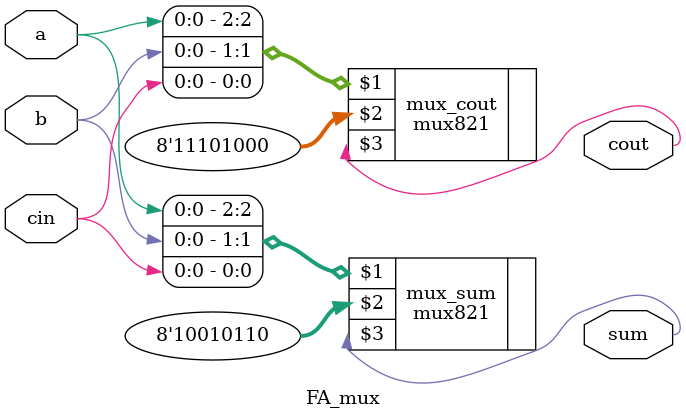
<source format=sv>

module FA_mux (
    input  logic a, b, cin,
    output logic sum, cout
  );

  parameter logic [7:0] lut_sum  = 8'b10010110;
  parameter logic [7:0] lut_cout = 8'b11101000;

  mux821 mux_sum ({a,b,cin},lut_sum,sum);
  mux821 mux_cout ({a,b,cin},lut_cout,cout);

endmodule

</source>
